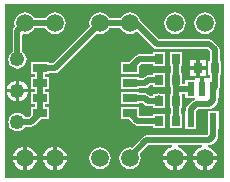
<source format=gtl>
%FSLAX24Y24*%
%MOIN*%
G70*
G01*
G75*
G04 Layer_Physical_Order=1*
G04 Layer_Color=255*
%ADD10R,0.0500X0.0299*%
%ADD11R,0.0315X0.0354*%
%ADD12R,0.0244X0.0480*%
%ADD13R,0.0276X0.0354*%
%ADD14C,0.0200*%
%ADD15C,0.0591*%
%ADD16C,0.0492*%
G36*
X17399Y10101D02*
X10101D01*
Y12995D01*
X10101Y12995D01*
Y13005D01*
X10101Y13005D01*
Y15899D01*
X17399D01*
Y10101D01*
D02*
G37*
%LPC*%
G36*
X10690Y11141D02*
X10647Y11135D01*
X10551Y11095D01*
X10468Y11032D01*
X10405Y10949D01*
X10365Y10853D01*
X10359Y10810D01*
X10690D01*
Y11141D01*
D02*
G37*
G36*
X13250Y11108D02*
X13157Y11096D01*
X13071Y11060D01*
X12997Y11003D01*
X12940Y10929D01*
X12904Y10843D01*
X12892Y10750D01*
X12904Y10657D01*
X12940Y10571D01*
X12997Y10497D01*
X13071Y10440D01*
X13157Y10404D01*
X13250Y10392D01*
X13343Y10404D01*
X13429Y10440D01*
X13503Y10497D01*
X13560Y10571D01*
X13596Y10657D01*
X13608Y10750D01*
X13596Y10843D01*
X13560Y10929D01*
X13503Y11003D01*
X13429Y11060D01*
X13343Y11096D01*
X13250Y11108D01*
D02*
G37*
G36*
X17141Y10690D02*
X16810D01*
Y10359D01*
X16853Y10365D01*
X16949Y10405D01*
X17032Y10468D01*
X17095Y10551D01*
X17135Y10647D01*
X17141Y10690D01*
D02*
G37*
G36*
X10810Y11141D02*
Y10810D01*
X11141D01*
X11135Y10853D01*
X11095Y10949D01*
X11032Y11032D01*
X10949Y11095D01*
X10853Y11135D01*
X10810Y11141D01*
D02*
G37*
G36*
X17206Y12334D02*
X16842D01*
Y11734D01*
X16861D01*
Y11553D01*
X16821Y11513D01*
X14800D01*
X14738Y11501D01*
X14685Y11465D01*
X14319Y11099D01*
X14250Y11108D01*
X14157Y11096D01*
X14071Y11060D01*
X13997Y11003D01*
X13940Y10929D01*
X13904Y10843D01*
X13892Y10750D01*
X13904Y10657D01*
X13940Y10571D01*
X13997Y10497D01*
X14071Y10440D01*
X14157Y10404D01*
X14250Y10392D01*
X14343Y10404D01*
X14429Y10440D01*
X14503Y10497D01*
X14560Y10571D01*
X14596Y10657D01*
X14608Y10750D01*
X14596Y10843D01*
X14575Y10894D01*
X14868Y11187D01*
X15658D01*
X15661Y11137D01*
X15647Y11135D01*
X15551Y11095D01*
X15468Y11032D01*
X15405Y10949D01*
X15365Y10853D01*
X15359Y10810D01*
X16141D01*
X16135Y10853D01*
X16095Y10949D01*
X16032Y11032D01*
X15949Y11095D01*
X15853Y11135D01*
X15839Y11137D01*
X15842Y11187D01*
X16658D01*
X16661Y11137D01*
X16647Y11135D01*
X16551Y11095D01*
X16468Y11032D01*
X16405Y10949D01*
X16365Y10853D01*
X16359Y10810D01*
X17141D01*
X17135Y10853D01*
X17095Y10949D01*
X17032Y11032D01*
X16949Y11095D01*
X16853Y11135D01*
X16839Y11137D01*
X16842Y11187D01*
X16888D01*
X16951Y11199D01*
X17004Y11235D01*
X17139Y11370D01*
X17175Y11423D01*
X17187Y11486D01*
Y11734D01*
X17206D01*
Y12334D01*
D02*
G37*
G36*
X11810Y11141D02*
Y10810D01*
X12141D01*
X12135Y10853D01*
X12095Y10949D01*
X12032Y11032D01*
X11949Y11095D01*
X11853Y11135D01*
X11810Y11141D01*
D02*
G37*
G36*
X11690D02*
X11647Y11135D01*
X11551Y11095D01*
X11468Y11032D01*
X11405Y10949D01*
X11365Y10853D01*
X11359Y10810D01*
X11690D01*
Y11141D01*
D02*
G37*
G36*
Y10690D02*
X11359D01*
X11365Y10647D01*
X11405Y10551D01*
X11468Y10468D01*
X11551Y10405D01*
X11647Y10365D01*
X11690Y10359D01*
Y10690D01*
D02*
G37*
G36*
X11141D02*
X10810D01*
Y10359D01*
X10853Y10365D01*
X10949Y10405D01*
X11032Y10468D01*
X11095Y10551D01*
X11135Y10647D01*
X11141Y10690D01*
D02*
G37*
G36*
X10690D02*
X10359D01*
X10365Y10647D01*
X10405Y10551D01*
X10468Y10468D01*
X10551Y10405D01*
X10647Y10365D01*
X10690Y10359D01*
Y10690D01*
D02*
G37*
G36*
X12141D02*
X11810D01*
Y10359D01*
X11853Y10365D01*
X11949Y10405D01*
X12032Y10468D01*
X12095Y10551D01*
X12135Y10647D01*
X12141Y10690D01*
D02*
G37*
G36*
X16690D02*
X16359D01*
X16365Y10647D01*
X16405Y10551D01*
X16468Y10468D01*
X16551Y10405D01*
X16647Y10365D01*
X16690Y10359D01*
Y10690D01*
D02*
G37*
G36*
X16141D02*
X15810D01*
Y10359D01*
X15853Y10365D01*
X15949Y10405D01*
X16032Y10468D01*
X16095Y10551D01*
X16135Y10647D01*
X16141Y10690D01*
D02*
G37*
G36*
X15690D02*
X15359D01*
X15365Y10647D01*
X15405Y10551D01*
X15468Y10468D01*
X15551Y10405D01*
X15647Y10365D01*
X15690Y10359D01*
Y10690D01*
D02*
G37*
G36*
X14560Y12460D02*
X13940D01*
Y12040D01*
X14229D01*
X14385Y11885D01*
X14438Y11849D01*
X14500Y11837D01*
X15007D01*
Y11763D01*
X15403D01*
Y12237D01*
X15007D01*
Y12163D01*
X14568D01*
X14560Y12171D01*
Y12460D01*
D02*
G37*
G36*
X15403Y14287D02*
X15007D01*
Y14213D01*
X14550D01*
X14488Y14201D01*
X14435Y14165D01*
X14229Y13960D01*
X13940D01*
Y13540D01*
X14560D01*
Y13829D01*
X14618Y13887D01*
X15007D01*
Y13813D01*
X15403D01*
Y14287D01*
D02*
G37*
G36*
X16782Y14027D02*
X16584D01*
Y13810D01*
X16782D01*
Y14027D01*
D02*
G37*
G36*
X16464D02*
X16267D01*
Y13810D01*
X16464D01*
Y14027D01*
D02*
G37*
G36*
X15750Y15608D02*
X15657Y15596D01*
X15571Y15560D01*
X15497Y15503D01*
X15440Y15429D01*
X15404Y15343D01*
X15392Y15250D01*
X15404Y15157D01*
X15440Y15071D01*
X15497Y14997D01*
X15571Y14940D01*
X15657Y14904D01*
X15750Y14892D01*
X15843Y14904D01*
X15929Y14940D01*
X16003Y14997D01*
X16060Y15071D01*
X16096Y15157D01*
X16108Y15250D01*
X16096Y15343D01*
X16060Y15429D01*
X16003Y15503D01*
X15929Y15560D01*
X15843Y15596D01*
X15750Y15608D01*
D02*
G37*
G36*
X14250D02*
X14157Y15596D01*
X14071Y15560D01*
X13997Y15503D01*
X13940Y15429D01*
X13933Y15413D01*
X13567D01*
X13560Y15429D01*
X13503Y15503D01*
X13429Y15560D01*
X13343Y15596D01*
X13250Y15608D01*
X13157Y15596D01*
X13071Y15560D01*
X12997Y15503D01*
X12940Y15429D01*
X12904Y15343D01*
X12892Y15250D01*
X12904Y15157D01*
X12911Y15141D01*
X11682Y13913D01*
X11560D01*
Y13960D01*
X10940D01*
Y13540D01*
X11087D01*
Y13460D01*
X10940D01*
Y13040D01*
X11087D01*
Y12960D01*
X10940D01*
Y12540D01*
X11087D01*
Y12460D01*
X10940D01*
Y12171D01*
X10889Y12120D01*
X10761D01*
X10718Y12175D01*
X10654Y12224D01*
X10580Y12255D01*
X10500Y12265D01*
X10420Y12255D01*
X10346Y12224D01*
X10282Y12175D01*
X10233Y12111D01*
X10202Y12037D01*
X10191Y11957D01*
X10202Y11877D01*
X10233Y11802D01*
X10282Y11738D01*
X10346Y11689D01*
X10420Y11659D01*
X10500Y11648D01*
X10580Y11659D01*
X10654Y11689D01*
X10718Y11738D01*
X10761Y11794D01*
X10957D01*
X11019Y11806D01*
X11072Y11841D01*
X11271Y12040D01*
X11560D01*
Y12460D01*
X11413D01*
Y12540D01*
X11560D01*
Y12960D01*
X11413D01*
Y13040D01*
X11560D01*
Y13460D01*
X11413D01*
Y13540D01*
X11560D01*
Y13587D01*
X11750D01*
X11812Y13599D01*
X11865Y13635D01*
X13141Y14911D01*
X13157Y14904D01*
X13250Y14892D01*
X13343Y14904D01*
X13429Y14940D01*
X13503Y14997D01*
X13560Y15071D01*
X13567Y15087D01*
X13933D01*
X13940Y15071D01*
X13997Y14997D01*
X14071Y14940D01*
X14157Y14904D01*
X14250Y14892D01*
X14343Y14904D01*
X14429Y14940D01*
X14486Y14983D01*
X15035Y14435D01*
X15088Y14399D01*
X15150Y14387D01*
X16832D01*
X16912Y14307D01*
Y13987D01*
X16858D01*
Y13513D01*
X16912D01*
Y13406D01*
X16872D01*
Y13406D01*
X16710D01*
Y13066D01*
X16590D01*
Y13406D01*
X16428D01*
Y13366D01*
X16094D01*
Y13229D01*
X15993D01*
Y13587D01*
X15958D01*
Y13813D01*
X15993D01*
Y14287D01*
X15597D01*
Y13813D01*
X15632D01*
Y13587D01*
X15597D01*
Y13113D01*
X15632D01*
Y13000D01*
Y12887D01*
X15597D01*
Y12413D01*
X15632D01*
Y12237D01*
X15597D01*
Y11763D01*
X15993D01*
Y12237D01*
X15958D01*
Y12413D01*
X15993D01*
Y12887D01*
D01*
Y12887D01*
X16009Y12903D01*
X16094D01*
Y12766D01*
X16428D01*
X16428Y12726D01*
X16428D01*
Y12709D01*
X16388Y12701D01*
X16335Y12665D01*
X16161Y12491D01*
X16125Y12438D01*
X16113Y12376D01*
Y12334D01*
X16094D01*
Y11734D01*
X16458D01*
Y12327D01*
X16518Y12387D01*
X16900D01*
X16962Y12399D01*
X17015Y12435D01*
X17139Y12559D01*
X17175Y12612D01*
X17187Y12674D01*
X17187Y12674D01*
X17187Y12674D01*
Y12674D01*
Y12766D01*
X17206D01*
Y13025D01*
X17226Y13055D01*
X17239Y13117D01*
Y13513D01*
X17293D01*
Y13987D01*
X17239D01*
Y14374D01*
X17226Y14437D01*
X17191Y14490D01*
X17015Y14665D01*
X16962Y14701D01*
X16900Y14713D01*
X15218D01*
X14597Y15333D01*
X14596Y15343D01*
X14560Y15429D01*
X14503Y15503D01*
X14429Y15560D01*
X14343Y15596D01*
X14250Y15608D01*
D02*
G37*
G36*
X11750D02*
X11657Y15596D01*
X11571Y15560D01*
X11497Y15503D01*
X11440Y15429D01*
X11433Y15413D01*
X11067D01*
X11060Y15429D01*
X11003Y15503D01*
X10929Y15560D01*
X10843Y15596D01*
X10750Y15608D01*
X10657Y15596D01*
X10571Y15560D01*
X10497Y15503D01*
X10440Y15429D01*
X10404Y15343D01*
X10392Y15250D01*
X10404Y15157D01*
X10411Y15141D01*
X10385Y15115D01*
X10349Y15062D01*
X10337Y15000D01*
Y14304D01*
X10282Y14262D01*
X10233Y14198D01*
X10202Y14123D01*
X10191Y14043D01*
X10202Y13963D01*
X10233Y13889D01*
X10282Y13825D01*
X10346Y13776D01*
X10420Y13745D01*
X10500Y13735D01*
X10580Y13745D01*
X10654Y13776D01*
X10718Y13825D01*
X10767Y13889D01*
X10798Y13963D01*
X10809Y14043D01*
X10798Y14123D01*
X10767Y14198D01*
X10718Y14262D01*
X10663Y14304D01*
Y14865D01*
X10701Y14898D01*
X10750Y14892D01*
X10843Y14904D01*
X10929Y14940D01*
X11003Y14997D01*
X11060Y15071D01*
X11067Y15087D01*
X11433D01*
X11440Y15071D01*
X11497Y14997D01*
X11571Y14940D01*
X11657Y14904D01*
X11750Y14892D01*
X11843Y14904D01*
X11929Y14940D01*
X12003Y14997D01*
X12060Y15071D01*
X12096Y15157D01*
X12108Y15250D01*
X12096Y15343D01*
X12060Y15429D01*
X12003Y15503D01*
X11929Y15560D01*
X11843Y15596D01*
X11750Y15608D01*
D02*
G37*
G36*
X16750D02*
X16657Y15596D01*
X16571Y15560D01*
X16497Y15503D01*
X16440Y15429D01*
X16404Y15343D01*
X16392Y15250D01*
X16404Y15157D01*
X16440Y15071D01*
X16497Y14997D01*
X16571Y14940D01*
X16657Y14904D01*
X16750Y14892D01*
X16843Y14904D01*
X16929Y14940D01*
X17003Y14997D01*
X17060Y15071D01*
X17096Y15157D01*
X17108Y15250D01*
X17096Y15343D01*
X17060Y15429D01*
X17003Y15503D01*
X16929Y15560D01*
X16843Y15596D01*
X16750Y15608D01*
D02*
G37*
G36*
X16782Y13690D02*
X16584D01*
Y13473D01*
X16782D01*
Y13690D01*
D02*
G37*
G36*
X10841Y12940D02*
X10560D01*
Y12659D01*
X10590Y12663D01*
X10675Y12698D01*
X10747Y12753D01*
X10802Y12825D01*
X10837Y12910D01*
X10841Y12940D01*
D02*
G37*
G36*
X10440D02*
X10159D01*
X10163Y12910D01*
X10198Y12825D01*
X10253Y12753D01*
X10325Y12698D01*
X10410Y12663D01*
X10440Y12659D01*
Y12940D01*
D02*
G37*
G36*
X14560Y12960D02*
X13940D01*
Y12540D01*
X14560D01*
Y12587D01*
X14682D01*
X14735Y12535D01*
X14735Y12535D01*
X14735D01*
X14735Y12535D01*
X14735D01*
X14735Y12535D01*
Y12535D01*
Y12535D01*
D01*
D01*
X14735D01*
Y12535D01*
X14788Y12499D01*
X14850Y12487D01*
X15007D01*
Y12413D01*
X15403D01*
Y12887D01*
X15287D01*
X15267Y12901D01*
X15205Y12913D01*
X15142Y12901D01*
X15122Y12887D01*
X15007D01*
Y12813D01*
X14918D01*
X14865Y12865D01*
X14812Y12901D01*
X14750Y12913D01*
X14560D01*
Y12960D01*
D02*
G37*
G36*
X10440Y13341D02*
X10410Y13337D01*
X10325Y13302D01*
X10253Y13247D01*
X10198Y13175D01*
X10163Y13090D01*
X10159Y13060D01*
X10440D01*
Y13341D01*
D02*
G37*
G36*
X16464Y13690D02*
X16267D01*
Y13473D01*
X16464D01*
Y13690D01*
D02*
G37*
G36*
X15403Y13587D02*
X15007D01*
Y13513D01*
X14850D01*
X14788Y13501D01*
X14735Y13465D01*
X14682Y13413D01*
X14560D01*
Y13460D01*
X13940D01*
Y13040D01*
X14560D01*
Y13087D01*
X14750D01*
X14812Y13099D01*
X14865Y13135D01*
X14918Y13187D01*
X15007D01*
Y13113D01*
X15403D01*
Y13587D01*
D02*
G37*
G36*
X10560Y13341D02*
Y13060D01*
X10841D01*
X10837Y13090D01*
X10802Y13175D01*
X10747Y13247D01*
X10675Y13302D01*
X10590Y13337D01*
X10560Y13341D01*
D02*
G37*
%LPD*%
D10*
X14250Y13750D02*
D03*
Y13250D02*
D03*
Y12750D02*
D03*
Y12250D02*
D03*
X11250D02*
D03*
Y12750D02*
D03*
Y13250D02*
D03*
Y13750D02*
D03*
D11*
X17076Y13750D02*
D03*
X16524D02*
D03*
D12*
X17024Y13066D02*
D03*
X16650D02*
D03*
X16276D02*
D03*
Y12034D02*
D03*
X17024D02*
D03*
D13*
X15205Y14050D02*
D03*
X15795D02*
D03*
X15205Y13350D02*
D03*
X15795D02*
D03*
X15205Y12650D02*
D03*
X15795D02*
D03*
X15205Y12000D02*
D03*
X15795D02*
D03*
D14*
X10750Y15250D02*
X11750D01*
X10500Y15000D02*
X10750Y15250D01*
X10500Y14043D02*
Y15000D01*
X11250Y13750D02*
X11750D01*
X13250Y15250D01*
X14250D01*
X14450D01*
X15150Y14550D01*
X14250Y10800D02*
X14800Y11350D01*
X14250Y10750D02*
Y10800D01*
X11250Y13250D02*
Y13750D01*
Y12750D02*
Y13250D01*
Y12250D02*
Y12750D01*
X10957Y11957D02*
X11250Y12250D01*
X10500Y11957D02*
X10957D01*
X15205Y12750D02*
X15205Y12750D01*
X14250Y13750D02*
X14550Y14050D01*
X15205D01*
X14250Y13250D02*
X14750D01*
X14850Y13350D02*
X15205D01*
X14750Y13250D02*
X14850Y13350D01*
X14850Y12650D02*
X15205D01*
X14750Y12750D02*
X14850Y12650D01*
X14250Y12750D02*
X14750D01*
X14250Y12250D02*
X14500Y12000D01*
X15205D01*
X15795D02*
Y12650D01*
Y13350D02*
Y14050D01*
Y13000D02*
X15798D01*
X15795Y12650D02*
Y13000D01*
X15861Y13066D02*
X16276D01*
X15795Y13000D02*
Y13350D01*
X17024Y12674D02*
Y13066D01*
X16900Y12550D02*
X17024Y12674D01*
X16450Y12550D02*
X16900D01*
X16276Y12376D02*
X16450Y12550D01*
X16276Y12034D02*
Y12376D01*
X17024Y11486D02*
Y12034D01*
X16888Y11350D02*
X17024Y11486D01*
X14800Y11350D02*
X16888D01*
X15150Y14550D02*
X16900D01*
X17076Y14374D01*
Y13750D02*
Y14374D01*
Y13117D02*
Y13750D01*
X17024Y13066D02*
X17076Y13117D01*
D15*
X16750Y10750D02*
D03*
X15750D02*
D03*
X14250D02*
D03*
X13250D02*
D03*
X14250Y15250D02*
D03*
X13250D02*
D03*
X16750D02*
D03*
X15750D02*
D03*
X11750Y10750D02*
D03*
X10750D02*
D03*
X11750Y15250D02*
D03*
X10750D02*
D03*
D16*
X10500Y14043D02*
D03*
Y13000D02*
D03*
Y11957D02*
D03*
M02*

</source>
